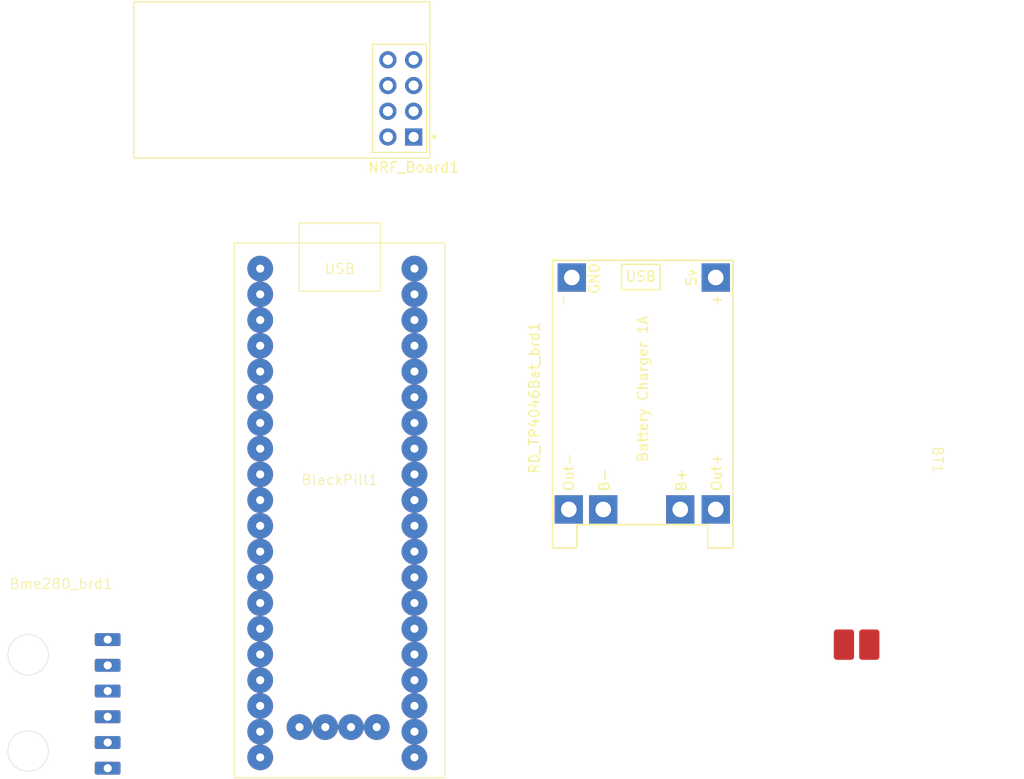
<source format=kicad_pcb>
(kicad_pcb (version 20241229) (generator "pcbnew") (generator_version "9.0")
  (layers (0 "F.Cu" signal) (2 "B.Cu" signal) (13 "F.Paste" user) (15 "B.Paste" user) (5 "F.SilkS" user "F.Silkscreen") (7 "B.SilkS" user "B.Silkscreen") (1 "F.Mask" user) (3 "B.Mask" user) (25 "Edge.Cuts" user))
  (net 0 "")
  (net 6 "Net-(Bme280_brd1-GND)")
  (net 7 "Net-(NRF_Board1-GND)")
  (net 9 "SCL")
  (net 10 "Net-(NRF_Board1-VCC)")
  (net 11 "SDA")
  (net 13 "Net-(Bme280_brd1-VIN)")
  (net 15 "Net-(RD_TP4046Bat_brd1-Out+)")
  (net 16 "Net-(BT1-+)")
  (net 18 "Net-(BT1--)")
  (footprint "RF_Module:nRF24L01_Breakout" (layer "F.Cu") (at 177.7895 48.625 180)
    (property "Reference" "NRF_Board1" (at 0 -3 0) (layer "F.SilkS"))
    (property "Value" "~")
    (fp_line (start 27.6 13.35) (end -1.6 13.35) (stroke (width 0.12)) (layer "F.SilkS"))
    (fp_line (start 27.6 -2.1) (end 27.6 13.35) (stroke (width 0.12)) (layer "F.SilkS"))
    (fp_line (start 4.064 9.144) (end -1.27 9.144) (stroke (width 0.12)) (layer "F.SilkS"))
    (fp_line (start 4.064 -1.524) (end 4.064 9.144) (stroke (width 0.12)) (layer "F.SilkS"))
    (fp_line (start -1.27 9.144) (end -1.27 9.144) (stroke (width 0.12)) (layer "F.SilkS"))
    (fp_line (start -1.27 9.144) (end -1.27 -1.524) (stroke (width 0.12)) (layer "F.SilkS"))
    (fp_line (start -1.27 -1.524) (end 4.064 -1.524) (stroke (width 0.12)) (layer "F.SilkS"))
    (fp_line (start -1.27 -1.524) (end -1.27 -1.524) (stroke (width 0.12)) (layer "F.SilkS"))
    (fp_line (start -1.6 13.35) (end -1.6 -2.1) (stroke (width 0.12)) (layer "F.SilkS"))
    (fp_line (start -1.6 -2.1) (end 27.6 -2.1) (stroke (width 0.12)) (layer "F.SilkS"))
    (fp_line (start -1.6 -2.1) (end -1.6 -2.1) (stroke (width 0.12)) (layer "F.SilkS"))
    (fp_poly (pts (xy -1.8 0) (xy -2.136 0.24) (xy -2.136 -0.24) (xy -1.8 0)) (stroke (width 0.12)) (fill yes) (layer "F.SilkS"))
    (pad "1" thru_hole rect (at 0 0 180) (size 1.7 1.7) (drill 1) (layers "*.Cu" "*.Mask") (net 7 "Net-(NRF_Board1-GND)"))
    (pad "2" thru_hole circle (at 2.54 0 180) (size 1.7 1.7) (drill 1) (layers "*.Cu" "*.Mask") (net 10 "Net-(NRF_Board1-VCC)"))
    (pad "3" thru_hole circle (at 0 2.54 180) (size 1.7 1.7) (drill 1) (layers "*.Cu" "*.Mask"))
    (pad "4" thru_hole circle (at 2.54 2.54 180) (size 1.7 1.7) (drill 1) (layers "*.Cu" "*.Mask"))
    (pad "5" thru_hole circle (at 0 5.08 180) (size 1.7 1.7) (drill 1) (layers "*.Cu" "*.Mask"))
    (pad "6" thru_hole circle (at 2.54 5.08 180) (size 1.7 1.7) (drill 1) (layers "*.Cu" "*.Mask"))
    (pad "7" thru_hole circle (at 0 7.62 180) (size 1.7 1.7) (drill 1) (layers "*.Cu" "*.Mask"))
    (pad "8" thru_hole circle (at 2.54 7.62 180) (size 1.7 1.7) (drill 1) (layers "*.Cu" "*.Mask"))
  )
  (footprint "AARobin:TP4056-18650" (layer "F.Cu") (at 200 74.5 -90)
    (property "Reference" "RD_TP4046Bat_brd1" (at -0.1 10.3 90) (layer "F.SilkS"))
    (property "Value" "~")
    (fp_line (start -13.7 8.5) (end -13.7 -9.3) (stroke (width 0.15)) (layer "F.SilkS"))
    (fp_line (start 14.7 8.5) (end -13.7 8.5) (stroke (width 0.15)) (layer "F.SilkS"))
    (fp_line (start 14.7 6.4) (end 14.7 8.5) (stroke (width 0.15)) (layer "F.SilkS"))
    (fp_line (start 12.4 6.1) (end 12.7 6.1) (stroke (width 0.15)) (layer "F.SilkS"))
    (fp_line (start 12.6 6.1) (end 14.7 6.1) (stroke (width 0.15)) (layer "F.SilkS"))
    (fp_line (start 14.7 6.1) (end 14.7 6.4) (stroke (width 0.15)) (layer "F.SilkS"))
    (fp_line (start -13.3 1.7) (end -13.3 -2) (stroke (width 0.15)) (layer "F.SilkS"))
    (fp_line (start -10.8 1.7) (end -13.3 1.7) (stroke (width 0.15)) (layer "F.SilkS"))
    (fp_line (start -13.3 -2.1) (end -10.8 -2.1) (stroke (width 0.15)) (layer "F.SilkS"))
    (fp_line (start -10.8 -2.1) (end -10.8 1.7) (stroke (width 0.15)) (layer "F.SilkS"))
    (fp_line (start 12.4 -6.8) (end 12.4 6.1) (stroke (width 0.15)) (layer "F.SilkS"))
    (fp_line (start 14.7 -6.8) (end 12.4 -6.8) (stroke (width 0.15)) (layer "F.SilkS"))
    (fp_line (start -13.7 -9.3) (end 12.6 -9.3) (stroke (width 0.15)) (layer "F.SilkS"))
    (fp_line (start 12.6 -9.3) (end 14.7 -9.3) (stroke (width 0.15)) (layer "F.SilkS"))
    (fp_line (start 14.7 -9.3) (end 14.7 -6.8) (stroke (width 0.15)) (layer "F.SilkS"))
    (fp_text user "+" (at -9.8 -7.7 90) (layer "F.SilkS"))
    (fp_text user "B-" (at 8 3.4 90) (layer "F.SilkS"))
    (fp_text user "B+" (at 8 -4.2 90) (layer "F.SilkS"))
    (fp_text user "Out+" (at 7.2 -7.7 90) (layer "F.SilkS"))
    (fp_text user "GND" (at -11.9 4.4 90) (layer "F.SilkS"))
    (fp_text user "5v" (at -12 -5.2 90) (layer "F.SilkS"))
    (fp_text user "Battery Charger 1A" (at -1 -0.4 90) (layer "F.SilkS"))
    (fp_text user "Out-" (at 7.2 6.9 90) (layer "F.SilkS"))
    (fp_text user "USB" (at -12.1 -0.2 0) (layer "F.SilkS"))
    (fp_text user "-" (at -9.7 7.5 90) (layer "F.SilkS"))
    (pad "1" thru_hole rect (at -12 -7.6 270) (size 2.8 2.8) (drill 1.54) (layers "*.Cu" "*.Mask"))
    (pad "2" thru_hole rect (at -12 6.6 270) (size 2.8 2.8) (drill 1.54) (layers "*.Cu" "*.Mask"))
    (pad "3" thru_hole rect (at 10.9 -7.6 270) (size 2.8 2.8) (drill 1.54) (layers "*.Cu" "*.Mask") (net 15 "Net-(RD_TP4046Bat_brd1-Out+)"))
    (pad "4" thru_hole rect (at 10.9 6.9 270) (size 2.8 2.8) (drill 1.54) (layers "*.Cu" "*.Mask") (net 16 "Net-(BT1-+)"))
    (pad "5" thru_hole rect (at 10.9 -4.1 270) (size 2.8 2.8) (drill 1.54) (layers "*.Cu" "*.Mask") (net 18 "Net-(BT1--)"))
    (pad "6" thru_hole rect (at 10.9 3.5 270) (size 2.8 2.8) (drill 1.54) (layers "*.Cu" "*.Mask") (net 7 "Net-(NRF_Board1-GND)"))
  )
  (footprint "AARobin:BlackPill" (layer "F.Cu") (at 170.5 85.485)
    (property "Reference" "BlackPill1" (at 0 -3 0) (layer "F.SilkS") (effects (font (thickness 0.1))))
    (property "Value" "~")
    (fp_rect (start -10.39 -26.405) (end 10.39 26.405) (stroke (width 0.1)) (fill no) (layer "F.SilkS"))
    (fp_rect (start -4 -28.375) (end 4 -21.625) (stroke (width 0.1)) (fill no) (layer "F.SilkS"))
    (fp_text user "USB" (at 0 -23.25 0) (layer "F.SilkS") (effects (font (thickness 0.1)) (justify bottom)))
    (pad "1" thru_hole circle (at -7.85 -23.865) (size 2.54 2.54) (drill 0.8) (layers "*.Cu" "*.Mask"))
    (pad "2" thru_hole circle (at -7.85 -21.325) (size 2.54 2.54) (drill 0.8) (layers "*.Cu" "*.Mask"))
    (pad "3" thru_hole circle (at -7.85 -18.785) (size 2.54 2.54) (drill 0.8) (layers "*.Cu" "*.Mask"))
    (pad "4" thru_hole circle (at -7.85 -16.245) (size 2.54 2.54) (drill 0.8) (layers "*.Cu" "*.Mask"))
    (pad "5" thru_hole circle (at -7.85 -13.705) (size 2.54 2.54) (drill 0.8) (layers "*.Cu" "*.Mask"))
    (pad "6" thru_hole circle (at -7.85 -11.165) (size 2.54 2.54) (drill 0.8) (layers "*.Cu" "*.Mask"))
    (pad "7" thru_hole circle (at -7.85 -8.625) (size 2.54 2.54) (drill 0.8) (layers "*.Cu" "*.Mask"))
    (pad "8" thru_hole circle (at -7.85 -6.085) (size 2.54 2.54) (drill 0.8) (layers "*.Cu" "*.Mask"))
    (pad "9" thru_hole circle (at -7.85 -3.545) (size 2.54 2.54) (drill 0.8) (layers "*.Cu" "*.Mask"))
    (pad "10" thru_hole circle (at -7.85 -1.005) (size 2.54 2.54) (drill 0.8) (layers "*.Cu" "*.Mask"))
    (pad "11" thru_hole circle (at -7.85 1.535) (size 2.54 2.54) (drill 0.8) (layers "*.Cu" "*.Mask"))
    (pad "12" thru_hole circle (at -7.85 4.075) (size 2.54 2.54) (drill 0.8) (layers "*.Cu" "*.Mask"))
    (pad "13" thru_hole circle (at -7.85 6.615) (size 2.54 2.54) (drill 0.8) (layers "*.Cu" "*.Mask"))
    (pad "14" thru_hole circle (at -7.85 9.155) (size 2.54 2.54) (drill 0.8) (layers "*.Cu" "*.Mask") (net 9 "SCL"))
    (pad "15" thru_hole circle (at -7.85 11.695) (size 2.54 2.54) (drill 0.8) (layers "*.Cu" "*.Mask") (net 11 "SDA"))
    (pad "16" thru_hole circle (at -7.85 14.235) (size 2.54 2.54) (drill 0.8) (layers "*.Cu" "*.Mask"))
    (pad "17" thru_hole circle (at -7.85 16.775) (size 2.54 2.54) (drill 0.8) (layers "*.Cu" "*.Mask"))
    (pad "18" thru_hole circle (at -7.85 19.315) (size 2.54 2.54) (drill 0.8) (layers "*.Cu" "*.Mask"))
    (pad "19" thru_hole circle (at -7.85 21.855) (size 2.54 2.54) (drill 0.8) (layers "*.Cu" "*.Mask") (net 6 "Net-(Bme280_brd1-GND)"))
    (pad "20" thru_hole circle (at -7.85 24.395) (size 2.54 2.54) (drill 0.8) (layers "*.Cu" "*.Mask") (net 13 "Net-(Bme280_brd1-VIN)"))
    (pad "21" thru_hole circle (at 7.37 -23.865) (size 2.54 2.54) (drill 0.8) (layers "*.Cu" "*.Mask") (net 15 "Net-(RD_TP4046Bat_brd1-Out+)"))
    (pad "22" thru_hole circle (at 7.37 -21.325) (size 2.54 2.54) (drill 0.8) (layers "*.Cu" "*.Mask") (net 7 "Net-(NRF_Board1-GND)"))
    (pad "23" thru_hole circle (at 7.37 -18.785) (size 2.54 2.54) (drill 0.8) (layers "*.Cu" "*.Mask") (net 10 "Net-(NRF_Board1-VCC)"))
    (pad "24" thru_hole circle (at 7.37 -16.245) (size 2.54 2.54) (drill 0.8) (layers "*.Cu" "*.Mask"))
    (pad "25" thru_hole circle (at 7.37 -13.705) (size 2.54 2.54) (drill 0.8) (layers "*.Cu" "*.Mask"))
    (pad "26" thru_hole circle (at 7.37 -11.165) (size 2.54 2.54) (drill 0.8) (layers "*.Cu" "*.Mask"))
    (pad "27" thru_hole circle (at 7.37 -8.625) (size 2.54 2.54) (drill 0.8) (layers "*.Cu" "*.Mask"))
    (pad "28" thru_hole circle (at 7.37 -6.085) (size 2.54 2.54) (drill 0.8) (layers "*.Cu" "*.Mask"))
    (pad "29" thru_hole circle (at 7.37 -3.545) (size 2.54 2.54) (drill 0.8) (layers "*.Cu" "*.Mask"))
    (pad "30" thru_hole circle (at 7.37 -1.005) (size 2.54 2.54) (drill 0.8) (layers "*.Cu" "*.Mask"))
    (pad "31" thru_hole circle (at 7.37 1.535) (size 2.54 2.54) (drill 0.8) (layers "*.Cu" "*.Mask"))
    (pad "32" thru_hole circle (at 7.37 4.075) (size 2.54 2.54) (drill 0.8) (layers "*.Cu" "*.Mask"))
    (pad "33" thru_hole circle (at 7.37 6.615) (size 2.54 2.54) (drill 0.8) (layers "*.Cu" "*.Mask"))
    (pad "34" thru_hole circle (at 7.37 9.155) (size 2.54 2.54) (drill 0.8) (layers "*.Cu" "*.Mask"))
    (pad "35" thru_hole circle (at 7.37 11.695) (size 2.54 2.54) (drill 0.8) (layers "*.Cu" "*.Mask"))
    (pad "36" thru_hole circle (at 7.37 14.235) (size 2.54 2.54) (drill 0.8) (layers "*.Cu" "*.Mask"))
    (pad "37" thru_hole circle (at 7.37 16.775) (size 2.54 2.54) (drill 0.8) (layers "*.Cu" "*.Mask"))
    (pad "38" thru_hole circle (at 7.37 19.315) (size 2.54 2.54) (drill 0.8) (layers "*.Cu" "*.Mask"))
    (pad "39" thru_hole circle (at 7.37 21.855) (size 2.54 2.54) (drill 0.8) (layers "*.Cu" "*.Mask"))
    (pad "40" thru_hole circle (at 7.37 24.395) (size 2.54 2.54) (drill 0.8) (layers "*.Cu" "*.Mask"))
    (pad "41" thru_hole circle (at -3.97 21.405) (size 2.54 2.54) (drill 0.8) (layers "*.Cu" "*.Mask"))
    (pad "42" thru_hole circle (at -1.43 21.405) (size 2.54 2.54) (drill 0.8) (layers "*.Cu" "*.Mask"))
    (pad "43" thru_hole circle (at 1.11 21.405) (size 2.54 2.54) (drill 0.8) (layers "*.Cu" "*.Mask"))
    (pad "44" thru_hole circle (at 3.65 21.405) (size 2.54 2.54) (drill 0.8) (layers "*.Cu" "*.Mask"))
  )
  (footprint "AARobin:BME280_brd" (layer "F.Cu") (at 143 104.5)
    (property "Reference" "Bme280_brd1" (at 0 -11.75 0) (layer "F.SilkS") (effects (font (thickness 0.1))))
    (property "Value" "~")
    (fp_circle (center -3.25 -4.75) (end -1.25 -4.75) (stroke (width 0.05)) (fill no) (layer "Edge.Cuts"))
    (fp_circle (center -3.25 4.75) (end -1.25 4.75) (stroke (width 0.05)) (fill no) (layer "Edge.Cuts"))
    (pad "1" thru_hole roundrect (at 4.6 -6.25) (size 2.54 1.27) (drill 0.8) (layers "*.Cu" "*.Mask") (roundrect_rratio 0.15) (net 13 "Net-(Bme280_brd1-VIN)"))
    (pad "2" thru_hole roundrect (at 4.6 -3.71) (size 2.54 1.27) (drill 0.8) (layers "*.Cu" "*.Mask") (roundrect_rratio 0.15) (net 6 "Net-(Bme280_brd1-GND)"))
    (pad "3" thru_hole roundrect (at 4.6 -1.17) (size 2.54 1.27) (drill 0.8) (layers "*.Cu" "*.Mask") (roundrect_rratio 0.15) (net 9 "SCL"))
    (pad "4" thru_hole roundrect (at 4.6 1.37) (size 2.54 1.27) (drill 0.8) (layers "*.Cu" "*.Mask") (roundrect_rratio 0.15) (net 11 "SDA"))
    (pad "5" thru_hole roundrect (at 4.6 3.91) (size 2.54 1.27) (drill 0.8) (layers "*.Cu" "*.Mask") (roundrect_rratio 0.15))
    (pad "6" thru_hole roundrect (at 4.6 6.45) (size 2.54 1.27) (drill 0.8) (layers "*.Cu" "*.Mask") (roundrect_rratio 0.15))
  )
  (footprint "AARobin:Lipo Battery" (layer "F.Cu") (at 228.5 80.5 -90)
    (property "Reference" "BT1" (at 0 -1 270) (layer "F.SilkS") (effects (font (thickness 0.1))))
    (property "Value" "Battery_Cell")
    (pad "1" smd roundrect (at 18.25 5.75 270) (size 3 2) (layers "F.Cu") (roundrect_rratio 0.15) (net 16 "Net-(BT1-+)"))
    (pad "2" smd roundrect (at 18.25 8.25 270) (size 3 2) (layers "F.Cu" "F.Mask" "F.Paste") (roundrect_rratio 0.15) (net 18 "Net-(BT1--)"))
  )
)
</source>
